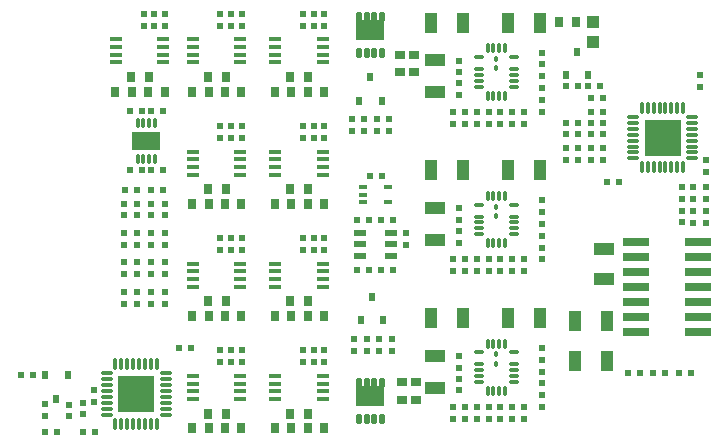
<source format=gbp>
G04 Layer_Color=128*
%FSLAX25Y25*%
%MOIN*%
G70*
G01*
G75*
G04:AMPARAMS|DCode=14|XSize=11.81mil|YSize=31.5mil|CornerRadius=2.95mil|HoleSize=0mil|Usage=FLASHONLY|Rotation=270.000|XOffset=0mil|YOffset=0mil|HoleType=Round|Shape=RoundedRectangle|*
%AMROUNDEDRECTD14*
21,1,0.01181,0.02559,0,0,270.0*
21,1,0.00591,0.03150,0,0,270.0*
1,1,0.00591,-0.01280,-0.00295*
1,1,0.00591,-0.01280,0.00295*
1,1,0.00591,0.01280,0.00295*
1,1,0.00591,0.01280,-0.00295*
%
%ADD14ROUNDEDRECTD14*%
%ADD17R,0.02756X0.03543*%
%ADD31R,0.02362X0.02362*%
%ADD32R,0.02362X0.02362*%
%ADD76R,0.02165X0.03150*%
%ADD77R,0.03937X0.04331*%
%ADD78R,0.03150X0.03543*%
G04:AMPARAMS|DCode=79|XSize=17.72mil|YSize=35.43mil|CornerRadius=4.43mil|HoleSize=0mil|Usage=FLASHONLY|Rotation=0.000|XOffset=0mil|YOffset=0mil|HoleType=Round|Shape=RoundedRectangle|*
%AMROUNDEDRECTD79*
21,1,0.01772,0.02658,0,0,0.0*
21,1,0.00886,0.03543,0,0,0.0*
1,1,0.00886,0.00443,-0.01329*
1,1,0.00886,-0.00443,-0.01329*
1,1,0.00886,-0.00443,0.01329*
1,1,0.00886,0.00443,0.01329*
%
%ADD79ROUNDEDRECTD79*%
%ADD80R,0.09449X0.06693*%
%ADD81R,0.04331X0.06693*%
%ADD82R,0.08661X0.02559*%
G04:AMPARAMS|DCode=83|XSize=15.75mil|YSize=43.31mil|CornerRadius=3.94mil|HoleSize=0mil|Usage=FLASHONLY|Rotation=270.000|XOffset=0mil|YOffset=0mil|HoleType=Round|Shape=RoundedRectangle|*
%AMROUNDEDRECTD83*
21,1,0.01575,0.03543,0,0,270.0*
21,1,0.00787,0.04331,0,0,270.0*
1,1,0.00787,-0.01772,-0.00394*
1,1,0.00787,-0.01772,0.00394*
1,1,0.00787,0.01772,0.00394*
1,1,0.00787,0.01772,-0.00394*
%
%ADD83ROUNDEDRECTD83*%
%ADD84R,0.06693X0.04331*%
G04:AMPARAMS|DCode=85|XSize=11.81mil|YSize=31.5mil|CornerRadius=2.95mil|HoleSize=0mil|Usage=FLASHONLY|Rotation=0.000|XOffset=0mil|YOffset=0mil|HoleType=Round|Shape=RoundedRectangle|*
%AMROUNDEDRECTD85*
21,1,0.01181,0.02559,0,0,0.0*
21,1,0.00591,0.03150,0,0,0.0*
1,1,0.00591,0.00295,-0.01280*
1,1,0.00591,-0.00295,-0.01280*
1,1,0.00591,-0.00295,0.01280*
1,1,0.00591,0.00295,0.01280*
%
%ADD85ROUNDEDRECTD85*%
G04:AMPARAMS|DCode=86|XSize=10.63mil|YSize=17.72mil|CornerRadius=2.66mil|HoleSize=0mil|Usage=FLASHONLY|Rotation=0.000|XOffset=0mil|YOffset=0mil|HoleType=Round|Shape=RoundedRectangle|*
%AMROUNDEDRECTD86*
21,1,0.01063,0.01240,0,0,0.0*
21,1,0.00532,0.01772,0,0,0.0*
1,1,0.00532,0.00266,-0.00620*
1,1,0.00532,-0.00266,-0.00620*
1,1,0.00532,-0.00266,0.00620*
1,1,0.00532,0.00266,0.00620*
%
%ADD86ROUNDEDRECTD86*%
%ADD87R,0.07087X0.03937*%
%ADD89R,0.03937X0.02165*%
%ADD90R,0.03150X0.01575*%
G04:AMPARAMS|DCode=91|XSize=11.81mil|YSize=39.37mil|CornerRadius=2.95mil|HoleSize=0mil|Usage=FLASHONLY|Rotation=0.000|XOffset=0mil|YOffset=0mil|HoleType=Round|Shape=RoundedRectangle|*
%AMROUNDEDRECTD91*
21,1,0.01181,0.03347,0,0,0.0*
21,1,0.00591,0.03937,0,0,0.0*
1,1,0.00591,0.00295,-0.01673*
1,1,0.00591,-0.00295,-0.01673*
1,1,0.00591,-0.00295,0.01673*
1,1,0.00591,0.00295,0.01673*
%
%ADD91ROUNDEDRECTD91*%
G04:AMPARAMS|DCode=92|XSize=11.81mil|YSize=39.37mil|CornerRadius=2.95mil|HoleSize=0mil|Usage=FLASHONLY|Rotation=90.000|XOffset=0mil|YOffset=0mil|HoleType=Round|Shape=RoundedRectangle|*
%AMROUNDEDRECTD92*
21,1,0.01181,0.03347,0,0,90.0*
21,1,0.00591,0.03937,0,0,90.0*
1,1,0.00591,0.01673,0.00295*
1,1,0.00591,0.01673,-0.00295*
1,1,0.00591,-0.01673,-0.00295*
1,1,0.00591,-0.01673,0.00295*
%
%ADD92ROUNDEDRECTD92*%
%ADD93R,0.12402X0.12402*%
%ADD94R,0.12402X0.12402*%
%ADD95R,0.09449X0.06496*%
%ADD96R,0.03543X0.02756*%
D14*
X160067Y110725D02*
D03*
Y112694D02*
D03*
Y114662D02*
D03*
Y116631D02*
D03*
Y120568D02*
D03*
X171879D02*
D03*
Y116631D02*
D03*
Y114662D02*
D03*
Y112694D02*
D03*
Y110725D02*
D03*
X160067Y61513D02*
D03*
Y63481D02*
D03*
Y65450D02*
D03*
Y67418D02*
D03*
Y71355D02*
D03*
X171879D02*
D03*
Y67418D02*
D03*
Y65450D02*
D03*
Y63481D02*
D03*
Y61513D02*
D03*
X160067Y12300D02*
D03*
Y14269D02*
D03*
Y16237D02*
D03*
Y18206D02*
D03*
Y22143D02*
D03*
X171879D02*
D03*
Y18206D02*
D03*
Y16237D02*
D03*
Y14269D02*
D03*
Y12300D02*
D03*
D17*
X50098Y113976D02*
D03*
X44193D02*
D03*
X75689D02*
D03*
X69784D02*
D03*
X103248D02*
D03*
X97342D02*
D03*
X75689Y76575D02*
D03*
X69784D02*
D03*
X103248D02*
D03*
X97342D02*
D03*
X75689Y39173D02*
D03*
X69784D02*
D03*
X103248D02*
D03*
X97342D02*
D03*
X75689Y1772D02*
D03*
X69784D02*
D03*
X103248D02*
D03*
X97342D02*
D03*
X192618Y132185D02*
D03*
X186713D02*
D03*
D31*
X130217Y100000D02*
D03*
Y96063D02*
D03*
X126050Y100000D02*
D03*
Y96063D02*
D03*
X117717Y100000D02*
D03*
Y96063D02*
D03*
X131102Y22638D02*
D03*
Y26575D02*
D03*
X126936Y22638D02*
D03*
Y26575D02*
D03*
X118602Y22638D02*
D03*
Y26575D02*
D03*
X121883Y100000D02*
D03*
Y96063D02*
D03*
X122769Y22638D02*
D03*
Y26575D02*
D03*
X233760Y114469D02*
D03*
Y110531D02*
D03*
X231496Y77362D02*
D03*
Y73425D02*
D03*
X235827Y77362D02*
D03*
Y73425D02*
D03*
X231496Y69291D02*
D03*
Y65354D02*
D03*
X235827D02*
D03*
Y69291D02*
D03*
X74016Y18898D02*
D03*
Y22835D02*
D03*
X101575D02*
D03*
Y18898D02*
D03*
X74016Y56299D02*
D03*
Y60236D02*
D03*
X101575D02*
D03*
Y56299D02*
D03*
X74016Y93701D02*
D03*
Y97638D02*
D03*
X101575D02*
D03*
Y93701D02*
D03*
Y131102D02*
D03*
Y135039D02*
D03*
X74016D02*
D03*
Y131102D02*
D03*
X48425D02*
D03*
Y135039D02*
D03*
X46235Y42323D02*
D03*
Y38386D02*
D03*
X55401D02*
D03*
Y42323D02*
D03*
X46235Y52132D02*
D03*
Y48195D02*
D03*
X55401D02*
D03*
Y52132D02*
D03*
X46235Y61942D02*
D03*
Y58005D02*
D03*
X55401D02*
D03*
Y61942D02*
D03*
Y67815D02*
D03*
Y71752D02*
D03*
X46235D02*
D03*
Y67815D02*
D03*
X153375Y17025D02*
D03*
Y20962D02*
D03*
Y70174D02*
D03*
Y66237D02*
D03*
Y115450D02*
D03*
Y119387D02*
D03*
X167323Y3937D02*
D03*
Y0D02*
D03*
Y49213D02*
D03*
Y53150D02*
D03*
Y102362D02*
D03*
Y98425D02*
D03*
X181102Y7874D02*
D03*
Y3937D02*
D03*
Y53150D02*
D03*
Y57087D02*
D03*
Y106299D02*
D03*
Y102362D02*
D03*
X153375Y9446D02*
D03*
Y13383D02*
D03*
Y62595D02*
D03*
Y58658D02*
D03*
Y107871D02*
D03*
Y111808D02*
D03*
X159449Y0D02*
D03*
Y3937D02*
D03*
Y53150D02*
D03*
Y49213D02*
D03*
Y98425D02*
D03*
Y102362D02*
D03*
X81102Y22835D02*
D03*
Y18898D02*
D03*
X108661D02*
D03*
Y22835D02*
D03*
X81102Y60236D02*
D03*
Y56299D02*
D03*
X108661D02*
D03*
Y60236D02*
D03*
X81102Y97638D02*
D03*
Y93701D02*
D03*
X108661D02*
D03*
Y97638D02*
D03*
Y135039D02*
D03*
Y131102D02*
D03*
X81102D02*
D03*
Y135039D02*
D03*
X55512D02*
D03*
Y131102D02*
D03*
X77559Y18898D02*
D03*
Y22835D02*
D03*
X105118D02*
D03*
Y18898D02*
D03*
X77559Y56299D02*
D03*
Y60236D02*
D03*
X105118D02*
D03*
Y56299D02*
D03*
X77559Y93701D02*
D03*
Y97638D02*
D03*
X105118D02*
D03*
Y93701D02*
D03*
Y131102D02*
D03*
Y135039D02*
D03*
X77559D02*
D03*
Y131102D02*
D03*
X51968D02*
D03*
Y135039D02*
D03*
X41769Y42323D02*
D03*
Y38386D02*
D03*
X50935D02*
D03*
Y42323D02*
D03*
X41769Y52132D02*
D03*
Y48195D02*
D03*
X50935D02*
D03*
Y52132D02*
D03*
X41769Y61942D02*
D03*
Y58005D02*
D03*
X50935D02*
D03*
Y61942D02*
D03*
Y67815D02*
D03*
Y71752D02*
D03*
X41769D02*
D03*
Y67815D02*
D03*
X181102Y23622D02*
D03*
Y19685D02*
D03*
Y68898D02*
D03*
Y72835D02*
D03*
Y122047D02*
D03*
Y118110D02*
D03*
X155512Y3937D02*
D03*
Y0D02*
D03*
Y49213D02*
D03*
Y53150D02*
D03*
Y102362D02*
D03*
Y98425D02*
D03*
X163386Y0D02*
D03*
Y3937D02*
D03*
Y53150D02*
D03*
Y49213D02*
D03*
Y98425D02*
D03*
Y102362D02*
D03*
X171260Y0D02*
D03*
Y3937D02*
D03*
Y53150D02*
D03*
Y49213D02*
D03*
Y98425D02*
D03*
Y102362D02*
D03*
X135925Y58071D02*
D03*
Y62008D02*
D03*
X175197Y0D02*
D03*
Y3937D02*
D03*
Y53150D02*
D03*
Y49213D02*
D03*
Y98425D02*
D03*
Y102362D02*
D03*
X181102Y15748D02*
D03*
Y11811D02*
D03*
Y61024D02*
D03*
Y64961D02*
D03*
Y114173D02*
D03*
Y110236D02*
D03*
X151575Y3937D02*
D03*
Y0D02*
D03*
Y49213D02*
D03*
Y53150D02*
D03*
Y102362D02*
D03*
Y98425D02*
D03*
X235827Y86122D02*
D03*
Y82185D02*
D03*
X23425Y787D02*
D03*
Y4724D02*
D03*
X15650Y4823D02*
D03*
Y886D02*
D03*
X227854Y69390D02*
D03*
Y65453D02*
D03*
X227756Y77362D02*
D03*
Y73425D02*
D03*
X31693Y9646D02*
D03*
Y5709D02*
D03*
X28150Y5413D02*
D03*
Y1476D02*
D03*
D32*
X47736Y102559D02*
D03*
X43799D02*
D03*
Y82874D02*
D03*
X47736D02*
D03*
X50886D02*
D03*
X54823D02*
D03*
X54921Y102559D02*
D03*
X50984D02*
D03*
X201378Y107087D02*
D03*
X197441D02*
D03*
X202854Y79035D02*
D03*
X206791D02*
D03*
X7480Y14764D02*
D03*
X11417D02*
D03*
X218307Y15354D02*
D03*
X222244D02*
D03*
X213779Y15354D02*
D03*
X209842D02*
D03*
X230709Y15354D02*
D03*
X226772D02*
D03*
X131595Y66437D02*
D03*
X127657D02*
D03*
X193110Y86417D02*
D03*
X189173D02*
D03*
X201378D02*
D03*
X197441D02*
D03*
X193110Y90158D02*
D03*
X189173D02*
D03*
X201378D02*
D03*
X197441D02*
D03*
X193110Y94882D02*
D03*
X189173D02*
D03*
X201378D02*
D03*
X197441D02*
D03*
Y102362D02*
D03*
X201378D02*
D03*
Y98622D02*
D03*
X197441D02*
D03*
X193110D02*
D03*
X189173D02*
D03*
X42224Y76279D02*
D03*
X46161D02*
D03*
X15453Y-4232D02*
D03*
X19390D02*
D03*
X60335Y23720D02*
D03*
X64272D02*
D03*
X127756Y80807D02*
D03*
X123819D02*
D03*
X119685Y66437D02*
D03*
X123622D02*
D03*
X119587Y49705D02*
D03*
X123524D02*
D03*
X54921Y76279D02*
D03*
X50984D02*
D03*
X127657Y49705D02*
D03*
X131595D02*
D03*
X196653Y110925D02*
D03*
X200590D02*
D03*
X189173Y110925D02*
D03*
X193110D02*
D03*
X28346Y-4331D02*
D03*
X32283D02*
D03*
D76*
X19291Y6594D02*
D03*
X15551Y14469D02*
D03*
X23031D02*
D03*
X192913Y122441D02*
D03*
X196653Y114567D02*
D03*
X189173D02*
D03*
X120276Y106102D02*
D03*
X127756D02*
D03*
X124016Y113976D02*
D03*
X124606Y40650D02*
D03*
X128347Y32776D02*
D03*
X120866D02*
D03*
D77*
X198130Y132185D02*
D03*
Y125492D02*
D03*
D78*
X49902Y109055D02*
D03*
X55413D02*
D03*
X44488Y109055D02*
D03*
X38976D02*
D03*
X75492Y109055D02*
D03*
X81004D02*
D03*
X70079Y109055D02*
D03*
X64567D02*
D03*
X103051Y109055D02*
D03*
X108563D02*
D03*
X97638Y109055D02*
D03*
X92126D02*
D03*
X75492Y71653D02*
D03*
X81004D02*
D03*
X70079Y71653D02*
D03*
X64567D02*
D03*
X103051Y71653D02*
D03*
X108563D02*
D03*
X97638Y71653D02*
D03*
X92126D02*
D03*
X75492Y34252D02*
D03*
X81004D02*
D03*
X70079Y34252D02*
D03*
X64567D02*
D03*
X75492Y-3150D02*
D03*
X81004D02*
D03*
X103051Y34252D02*
D03*
X108563D02*
D03*
X97638Y34252D02*
D03*
X92126D02*
D03*
X70079Y-3150D02*
D03*
X64567D02*
D03*
X103051Y-3150D02*
D03*
X108563D02*
D03*
X97638Y-3150D02*
D03*
X92126D02*
D03*
D79*
X127854Y121949D02*
D03*
X125295D02*
D03*
X122736D02*
D03*
X120177D02*
D03*
Y133957D02*
D03*
X122736D02*
D03*
X125295D02*
D03*
X127854D02*
D03*
Y-98D02*
D03*
X125295D02*
D03*
X122736D02*
D03*
X120177D02*
D03*
Y11909D02*
D03*
X122736D02*
D03*
X125295D02*
D03*
X127854D02*
D03*
D80*
X124016Y129724D02*
D03*
Y7677D02*
D03*
D81*
X154921Y33661D02*
D03*
X144291D02*
D03*
X169882Y132087D02*
D03*
X180512D02*
D03*
X169882Y82874D02*
D03*
X180512D02*
D03*
X169882Y33661D02*
D03*
X180512D02*
D03*
X202854Y32480D02*
D03*
X192224D02*
D03*
X202854Y19291D02*
D03*
X192224D02*
D03*
X154921Y82874D02*
D03*
X144291D02*
D03*
X154921Y132087D02*
D03*
X144291D02*
D03*
D82*
X212598Y29094D02*
D03*
Y34095D02*
D03*
Y39094D02*
D03*
Y44094D02*
D03*
Y49095D02*
D03*
Y54094D02*
D03*
Y59095D02*
D03*
X233071Y29094D02*
D03*
Y34095D02*
D03*
Y39094D02*
D03*
Y44094D02*
D03*
Y49095D02*
D03*
Y54094D02*
D03*
Y59095D02*
D03*
D83*
X92323Y81398D02*
D03*
Y83957D02*
D03*
Y86516D02*
D03*
Y89075D02*
D03*
X108071Y81398D02*
D03*
Y83957D02*
D03*
Y86516D02*
D03*
Y89075D02*
D03*
X39173Y118799D02*
D03*
Y121358D02*
D03*
Y123917D02*
D03*
Y126476D02*
D03*
X54921Y118799D02*
D03*
Y121358D02*
D03*
Y123917D02*
D03*
Y126476D02*
D03*
X64764Y118799D02*
D03*
Y121358D02*
D03*
Y123917D02*
D03*
Y126476D02*
D03*
X80512Y118799D02*
D03*
Y121358D02*
D03*
Y123917D02*
D03*
Y126476D02*
D03*
X92323Y118799D02*
D03*
Y121358D02*
D03*
Y123917D02*
D03*
Y126476D02*
D03*
X108071Y118799D02*
D03*
Y121358D02*
D03*
Y123917D02*
D03*
Y126476D02*
D03*
X64764Y81398D02*
D03*
Y83957D02*
D03*
Y86516D02*
D03*
Y89075D02*
D03*
X80512Y81398D02*
D03*
Y83957D02*
D03*
Y86516D02*
D03*
Y89075D02*
D03*
X92323Y43996D02*
D03*
Y46555D02*
D03*
Y49114D02*
D03*
Y51673D02*
D03*
X108071Y43996D02*
D03*
Y46555D02*
D03*
Y49114D02*
D03*
Y51673D02*
D03*
X64764Y43996D02*
D03*
Y46555D02*
D03*
Y49114D02*
D03*
Y51673D02*
D03*
X80512Y43996D02*
D03*
Y46555D02*
D03*
Y49114D02*
D03*
Y51673D02*
D03*
X92323Y6594D02*
D03*
Y9154D02*
D03*
Y11713D02*
D03*
Y14272D02*
D03*
X108071Y6594D02*
D03*
Y9154D02*
D03*
Y11713D02*
D03*
Y14272D02*
D03*
X64764Y6594D02*
D03*
Y9154D02*
D03*
Y11713D02*
D03*
Y14272D02*
D03*
X80512Y6594D02*
D03*
Y9154D02*
D03*
Y11713D02*
D03*
Y14272D02*
D03*
D84*
X145669Y119488D02*
D03*
Y108858D02*
D03*
Y70276D02*
D03*
Y59646D02*
D03*
Y21063D02*
D03*
Y10433D02*
D03*
D85*
X163020Y123521D02*
D03*
X164989D02*
D03*
X166957D02*
D03*
X168926D02*
D03*
Y107773D02*
D03*
X166957D02*
D03*
X164989D02*
D03*
X163020D02*
D03*
Y74308D02*
D03*
X164989D02*
D03*
X166957D02*
D03*
X168926D02*
D03*
Y58560D02*
D03*
X166957D02*
D03*
X164989D02*
D03*
X163020D02*
D03*
X163020Y25095D02*
D03*
X164989D02*
D03*
X166957D02*
D03*
X168926D02*
D03*
Y9347D02*
D03*
X166957D02*
D03*
X164989D02*
D03*
X163020D02*
D03*
X46358Y86713D02*
D03*
X48327D02*
D03*
X50295D02*
D03*
X52264D02*
D03*
Y98524D02*
D03*
X50295D02*
D03*
X48327D02*
D03*
X46358D02*
D03*
D86*
X165973Y116847D02*
D03*
Y119879D02*
D03*
Y67635D02*
D03*
Y70666D02*
D03*
X165973Y18422D02*
D03*
Y21454D02*
D03*
D87*
X201969Y46654D02*
D03*
Y56496D02*
D03*
D89*
X130709Y54429D02*
D03*
Y58169D02*
D03*
Y61910D02*
D03*
X120473Y61909D02*
D03*
Y58169D02*
D03*
Y54429D02*
D03*
D90*
X129823Y72146D02*
D03*
Y77264D02*
D03*
X121358D02*
D03*
Y74705D02*
D03*
Y72146D02*
D03*
D91*
X228248Y83858D02*
D03*
X226279D02*
D03*
X224311D02*
D03*
X222342D02*
D03*
X220374D02*
D03*
X218406D02*
D03*
X216437D02*
D03*
X214469D02*
D03*
Y103543D02*
D03*
X216437D02*
D03*
X218406D02*
D03*
X220374D02*
D03*
X222342D02*
D03*
X224311D02*
D03*
X226279D02*
D03*
X228248D02*
D03*
X38976Y-1575D02*
D03*
X40945D02*
D03*
X42913D02*
D03*
X44882D02*
D03*
X46850D02*
D03*
X48819D02*
D03*
X50787D02*
D03*
X52756D02*
D03*
Y18110D02*
D03*
X50787D02*
D03*
X48819D02*
D03*
X46850D02*
D03*
X44882D02*
D03*
X42913D02*
D03*
X40945D02*
D03*
X38976D02*
D03*
D92*
X211516Y86811D02*
D03*
Y88779D02*
D03*
Y90748D02*
D03*
Y92716D02*
D03*
Y94685D02*
D03*
Y96653D02*
D03*
Y98622D02*
D03*
Y100591D02*
D03*
X231201D02*
D03*
Y98622D02*
D03*
Y96653D02*
D03*
Y94685D02*
D03*
Y92716D02*
D03*
Y90748D02*
D03*
Y88779D02*
D03*
Y86811D02*
D03*
X55709Y1378D02*
D03*
Y3347D02*
D03*
Y5315D02*
D03*
Y7283D02*
D03*
Y9252D02*
D03*
Y11220D02*
D03*
Y13189D02*
D03*
Y15157D02*
D03*
X36024D02*
D03*
Y13189D02*
D03*
Y11220D02*
D03*
Y9252D02*
D03*
Y7283D02*
D03*
Y5315D02*
D03*
Y3347D02*
D03*
Y1378D02*
D03*
D93*
X221358Y93701D02*
D03*
D94*
X45866Y8268D02*
D03*
D95*
X49311Y92618D02*
D03*
D96*
X138681Y121358D02*
D03*
Y115453D02*
D03*
X133760Y121358D02*
D03*
Y115453D02*
D03*
X139173Y6299D02*
D03*
Y12205D02*
D03*
X134449Y6299D02*
D03*
Y12205D02*
D03*
M02*

</source>
